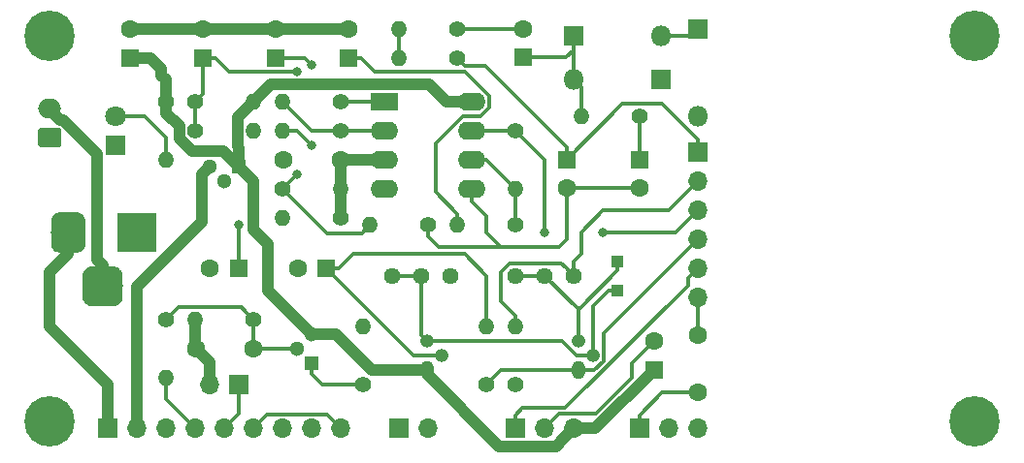
<source format=gbr>
G04 #@! TF.GenerationSoftware,KiCad,Pcbnew,(5.1.4)-1*
G04 #@! TF.CreationDate,2020-02-02T11:41:40+00:00*
G04 #@! TF.ProjectId,GFuzz,4746757a-7a2e-46b6-9963-61645f706362,rev?*
G04 #@! TF.SameCoordinates,Original*
G04 #@! TF.FileFunction,Copper,L2,Bot*
G04 #@! TF.FilePolarity,Positive*
%FSLAX46Y46*%
G04 Gerber Fmt 4.6, Leading zero omitted, Abs format (unit mm)*
G04 Created by KiCad (PCBNEW (5.1.4)-1) date 2020-02-02 11:41:40*
%MOMM*%
%LPD*%
G04 APERTURE LIST*
%ADD10O,1.700000X1.700000*%
%ADD11R,1.700000X1.700000*%
%ADD12O,1.200000X1.200000*%
%ADD13O,1.200000X1.600000*%
%ADD14R,1.000000X1.000000*%
%ADD15O,2.000000X1.700000*%
%ADD16C,0.100000*%
%ADD17C,1.700000*%
%ADD18C,1.600000*%
%ADD19R,1.600000X1.600000*%
%ADD20C,4.400000*%
%ADD21C,1.440000*%
%ADD22O,1.800000X1.800000*%
%ADD23R,1.800000X1.800000*%
%ADD24O,1.400000X1.400000*%
%ADD25C,1.400000*%
%ADD26C,3.500000*%
%ADD27C,3.000000*%
%ADD28R,3.500000X3.500000*%
%ADD29R,1.300000X1.300000*%
%ADD30C,1.300000*%
%ADD31C,1.800000*%
%ADD32O,2.400000X1.600000*%
%ADD33R,2.400000X1.600000*%
%ADD34C,0.800000*%
%ADD35C,1.000000*%
%ADD36C,0.304800*%
G04 APERTURE END LIST*
D10*
X153670000Y-99695000D03*
X153670000Y-109855000D03*
X153670000Y-102235000D03*
X153670000Y-104775000D03*
X153670000Y-107315000D03*
D11*
X153670000Y-97155000D03*
D12*
X143256000Y-113665000D03*
X144526000Y-114935000D03*
D13*
X143256000Y-116205000D03*
D10*
X122555000Y-121285000D03*
X120015000Y-121285000D03*
X117475000Y-121285000D03*
X114935000Y-121285000D03*
X112395000Y-121285000D03*
X109855000Y-121285000D03*
X107315000Y-121285000D03*
X104775000Y-121285000D03*
D11*
X102235000Y-121285000D03*
D14*
X146685000Y-106680000D03*
X146685000Y-109220000D03*
D15*
X97155000Y-93345000D03*
D16*
G36*
X97929504Y-94996204D02*
G01*
X97953773Y-94999804D01*
X97977571Y-95005765D01*
X98000671Y-95014030D01*
X98022849Y-95024520D01*
X98043893Y-95037133D01*
X98063598Y-95051747D01*
X98081777Y-95068223D01*
X98098253Y-95086402D01*
X98112867Y-95106107D01*
X98125480Y-95127151D01*
X98135970Y-95149329D01*
X98144235Y-95172429D01*
X98150196Y-95196227D01*
X98153796Y-95220496D01*
X98155000Y-95245000D01*
X98155000Y-96445000D01*
X98153796Y-96469504D01*
X98150196Y-96493773D01*
X98144235Y-96517571D01*
X98135970Y-96540671D01*
X98125480Y-96562849D01*
X98112867Y-96583893D01*
X98098253Y-96603598D01*
X98081777Y-96621777D01*
X98063598Y-96638253D01*
X98043893Y-96652867D01*
X98022849Y-96665480D01*
X98000671Y-96675970D01*
X97977571Y-96684235D01*
X97953773Y-96690196D01*
X97929504Y-96693796D01*
X97905000Y-96695000D01*
X96405000Y-96695000D01*
X96380496Y-96693796D01*
X96356227Y-96690196D01*
X96332429Y-96684235D01*
X96309329Y-96675970D01*
X96287151Y-96665480D01*
X96266107Y-96652867D01*
X96246402Y-96638253D01*
X96228223Y-96621777D01*
X96211747Y-96603598D01*
X96197133Y-96583893D01*
X96184520Y-96562849D01*
X96174030Y-96540671D01*
X96165765Y-96517571D01*
X96159804Y-96493773D01*
X96156204Y-96469504D01*
X96155000Y-96445000D01*
X96155000Y-95245000D01*
X96156204Y-95220496D01*
X96159804Y-95196227D01*
X96165765Y-95172429D01*
X96174030Y-95149329D01*
X96184520Y-95127151D01*
X96197133Y-95106107D01*
X96211747Y-95086402D01*
X96228223Y-95068223D01*
X96246402Y-95051747D01*
X96266107Y-95037133D01*
X96287151Y-95024520D01*
X96309329Y-95014030D01*
X96332429Y-95005765D01*
X96356227Y-94999804D01*
X96380496Y-94996204D01*
X96405000Y-94995000D01*
X97905000Y-94995000D01*
X97929504Y-94996204D01*
X97929504Y-94996204D01*
G37*
D17*
X97155000Y-95845000D03*
D18*
X104140000Y-86400000D03*
D19*
X104140000Y-88900000D03*
D20*
X177800000Y-86995000D03*
X97155000Y-86995000D03*
X177800000Y-120650000D03*
X97155000Y-120650000D03*
D18*
X110490000Y-86400000D03*
D19*
X110490000Y-88900000D03*
D21*
X137795000Y-107950000D03*
X140335000Y-107950000D03*
X142875000Y-107950000D03*
X127000000Y-107950000D03*
X129540000Y-107950000D03*
X132080000Y-107950000D03*
D22*
X150495000Y-86995000D03*
D23*
X142875000Y-86995000D03*
D22*
X153670000Y-93980000D03*
D23*
X153670000Y-86360000D03*
D22*
X142875000Y-90805000D03*
D23*
X150495000Y-90805000D03*
D24*
X137795000Y-100330000D03*
D25*
X137795000Y-95250000D03*
D24*
X143510000Y-93980000D03*
D25*
X148590000Y-93980000D03*
D24*
X137795000Y-112395000D03*
D25*
X137795000Y-117475000D03*
D24*
X107315000Y-97790000D03*
D25*
X107315000Y-92710000D03*
D24*
X135255000Y-112395000D03*
D25*
X135255000Y-117475000D03*
D24*
X124460000Y-112395000D03*
D25*
X124460000Y-117475000D03*
D24*
X109855000Y-111760000D03*
D25*
X114935000Y-111760000D03*
D24*
X107315000Y-116840000D03*
D25*
X107315000Y-111760000D03*
D24*
X132715000Y-103505000D03*
D25*
X137795000Y-103505000D03*
D24*
X125095000Y-103505000D03*
D25*
X130175000Y-103505000D03*
D24*
X127635000Y-86360000D03*
D25*
X132715000Y-86360000D03*
D24*
X127635000Y-88900000D03*
D25*
X132715000Y-88900000D03*
D24*
X117475000Y-92710000D03*
D25*
X122555000Y-92710000D03*
D24*
X117475000Y-95250000D03*
D25*
X122555000Y-95250000D03*
D24*
X122555000Y-100330000D03*
D25*
X117475000Y-100330000D03*
D24*
X117475000Y-102870000D03*
D25*
X122555000Y-102870000D03*
D24*
X114935000Y-95250000D03*
D25*
X109855000Y-95250000D03*
D24*
X114935000Y-92710000D03*
D25*
X109855000Y-92710000D03*
D16*
G36*
X102735765Y-107094213D02*
G01*
X102820704Y-107106813D01*
X102903999Y-107127677D01*
X102984848Y-107156605D01*
X103062472Y-107193319D01*
X103136124Y-107237464D01*
X103205094Y-107288616D01*
X103268718Y-107346282D01*
X103326384Y-107409906D01*
X103377536Y-107478876D01*
X103421681Y-107552528D01*
X103458395Y-107630152D01*
X103487323Y-107711001D01*
X103508187Y-107794296D01*
X103520787Y-107879235D01*
X103525000Y-107965000D01*
X103525000Y-109715000D01*
X103520787Y-109800765D01*
X103508187Y-109885704D01*
X103487323Y-109968999D01*
X103458395Y-110049848D01*
X103421681Y-110127472D01*
X103377536Y-110201124D01*
X103326384Y-110270094D01*
X103268718Y-110333718D01*
X103205094Y-110391384D01*
X103136124Y-110442536D01*
X103062472Y-110486681D01*
X102984848Y-110523395D01*
X102903999Y-110552323D01*
X102820704Y-110573187D01*
X102735765Y-110585787D01*
X102650000Y-110590000D01*
X100900000Y-110590000D01*
X100814235Y-110585787D01*
X100729296Y-110573187D01*
X100646001Y-110552323D01*
X100565152Y-110523395D01*
X100487528Y-110486681D01*
X100413876Y-110442536D01*
X100344906Y-110391384D01*
X100281282Y-110333718D01*
X100223616Y-110270094D01*
X100172464Y-110201124D01*
X100128319Y-110127472D01*
X100091605Y-110049848D01*
X100062677Y-109968999D01*
X100041813Y-109885704D01*
X100029213Y-109800765D01*
X100025000Y-109715000D01*
X100025000Y-107965000D01*
X100029213Y-107879235D01*
X100041813Y-107794296D01*
X100062677Y-107711001D01*
X100091605Y-107630152D01*
X100128319Y-107552528D01*
X100172464Y-107478876D01*
X100223616Y-107409906D01*
X100281282Y-107346282D01*
X100344906Y-107288616D01*
X100413876Y-107237464D01*
X100487528Y-107193319D01*
X100565152Y-107156605D01*
X100646001Y-107127677D01*
X100729296Y-107106813D01*
X100814235Y-107094213D01*
X100900000Y-107090000D01*
X102650000Y-107090000D01*
X102735765Y-107094213D01*
X102735765Y-107094213D01*
G37*
D26*
X101775000Y-108840000D03*
D16*
G36*
X99598513Y-102393611D02*
G01*
X99671318Y-102404411D01*
X99742714Y-102422295D01*
X99812013Y-102447090D01*
X99878548Y-102478559D01*
X99941678Y-102516398D01*
X100000795Y-102560242D01*
X100055330Y-102609670D01*
X100104758Y-102664205D01*
X100148602Y-102723322D01*
X100186441Y-102786452D01*
X100217910Y-102852987D01*
X100242705Y-102922286D01*
X100260589Y-102993682D01*
X100271389Y-103066487D01*
X100275000Y-103140000D01*
X100275000Y-105140000D01*
X100271389Y-105213513D01*
X100260589Y-105286318D01*
X100242705Y-105357714D01*
X100217910Y-105427013D01*
X100186441Y-105493548D01*
X100148602Y-105556678D01*
X100104758Y-105615795D01*
X100055330Y-105670330D01*
X100000795Y-105719758D01*
X99941678Y-105763602D01*
X99878548Y-105801441D01*
X99812013Y-105832910D01*
X99742714Y-105857705D01*
X99671318Y-105875589D01*
X99598513Y-105886389D01*
X99525000Y-105890000D01*
X98025000Y-105890000D01*
X97951487Y-105886389D01*
X97878682Y-105875589D01*
X97807286Y-105857705D01*
X97737987Y-105832910D01*
X97671452Y-105801441D01*
X97608322Y-105763602D01*
X97549205Y-105719758D01*
X97494670Y-105670330D01*
X97445242Y-105615795D01*
X97401398Y-105556678D01*
X97363559Y-105493548D01*
X97332090Y-105427013D01*
X97307295Y-105357714D01*
X97289411Y-105286318D01*
X97278611Y-105213513D01*
X97275000Y-105140000D01*
X97275000Y-103140000D01*
X97278611Y-103066487D01*
X97289411Y-102993682D01*
X97307295Y-102922286D01*
X97332090Y-102852987D01*
X97363559Y-102786452D01*
X97401398Y-102723322D01*
X97445242Y-102664205D01*
X97494670Y-102609670D01*
X97549205Y-102560242D01*
X97608322Y-102516398D01*
X97671452Y-102478559D01*
X97737987Y-102447090D01*
X97807286Y-102422295D01*
X97878682Y-102404411D01*
X97951487Y-102393611D01*
X98025000Y-102390000D01*
X99525000Y-102390000D01*
X99598513Y-102393611D01*
X99598513Y-102393611D01*
G37*
D27*
X98775000Y-104140000D03*
D28*
X104775000Y-104140000D03*
D29*
X113665000Y-98425000D03*
D30*
X111125000Y-98425000D03*
X112385000Y-99695000D03*
D29*
X120015000Y-115580000D03*
D30*
X120015000Y-113040000D03*
X118745000Y-114300000D03*
D31*
X102870000Y-93980000D03*
D23*
X102870000Y-96520000D03*
D32*
X133985000Y-92710000D03*
X126365000Y-100330000D03*
X133985000Y-95250000D03*
X126365000Y-97790000D03*
X133985000Y-97790000D03*
X126365000Y-95250000D03*
X133985000Y-100330000D03*
D33*
X126365000Y-92710000D03*
D10*
X153670000Y-121285000D03*
X151130000Y-121285000D03*
D11*
X148590000Y-121285000D03*
D10*
X142875000Y-121285000D03*
X140335000Y-121285000D03*
D11*
X137795000Y-121285000D03*
D12*
X130048000Y-113665000D03*
X131318000Y-114935000D03*
D13*
X130048000Y-116205000D03*
D10*
X130175000Y-121285000D03*
D11*
X127635000Y-121285000D03*
D10*
X111125000Y-117475000D03*
D11*
X113665000Y-117475000D03*
D18*
X153670000Y-113110000D03*
X153670000Y-118110000D03*
X123190000Y-86400000D03*
D19*
X123190000Y-88900000D03*
D18*
X148590000Y-100290000D03*
D19*
X148590000Y-97790000D03*
D18*
X142240000Y-100290000D03*
D19*
X142240000Y-97790000D03*
D18*
X149860000Y-113665000D03*
D19*
X149860000Y-116165000D03*
D18*
X138430000Y-86360000D03*
D19*
X138430000Y-88860000D03*
D18*
X116840000Y-86400000D03*
D19*
X116840000Y-88900000D03*
D18*
X118785000Y-107315000D03*
D19*
X121285000Y-107315000D03*
D18*
X111125000Y-107315000D03*
D19*
X113625000Y-107315000D03*
D18*
X117555000Y-97790000D03*
X122555000Y-97790000D03*
X109935000Y-114300000D03*
X114935000Y-114300000D03*
D34*
X113665000Y-103505000D03*
X120015000Y-89535000D03*
X120015000Y-96520000D03*
X145415000Y-104140000D03*
X140335000Y-104140000D03*
X118745000Y-90109999D03*
X118745000Y-99060000D03*
D35*
X111125000Y-115490000D02*
X109935000Y-114300000D01*
X111125000Y-117475000D02*
X111125000Y-115490000D01*
X109855000Y-114220000D02*
X109935000Y-114300000D01*
X109855000Y-111760000D02*
X109855000Y-114220000D01*
X110490000Y-86400000D02*
X116840000Y-86400000D01*
X104140000Y-86400000D02*
X110490000Y-86400000D01*
X116840000Y-86400000D02*
X123190000Y-86400000D01*
D36*
X114235001Y-111060001D02*
X114935000Y-111760000D01*
X113882599Y-110707599D02*
X114235001Y-111060001D01*
X108367401Y-110707599D02*
X113882599Y-110707599D01*
X107315000Y-111760000D02*
X108367401Y-110707599D01*
X114935000Y-111760000D02*
X114935000Y-114300000D01*
X114935000Y-114300000D02*
X118745000Y-114300000D01*
D35*
X122555000Y-97790000D02*
X126365000Y-97790000D01*
X122555000Y-97790000D02*
X122555000Y-100330000D01*
X122555000Y-100330000D02*
X122555000Y-102870000D01*
D36*
X120015000Y-115580000D02*
X120015000Y-116534800D01*
X120015000Y-116534800D02*
X120955200Y-117475000D01*
X120955200Y-117475000D02*
X123470051Y-117475000D01*
X123470051Y-117475000D02*
X124460000Y-117475000D01*
X113625000Y-107315000D02*
X113625000Y-103545000D01*
X113625000Y-103545000D02*
X113665000Y-103505000D01*
X135255000Y-107950000D02*
X135255000Y-112395000D01*
X133350000Y-106045000D02*
X135255000Y-107950000D01*
X123659800Y-106045000D02*
X133350000Y-106045000D01*
X121285000Y-107315000D02*
X122389800Y-107315000D01*
X122389800Y-107315000D02*
X123659800Y-106045000D01*
X128905000Y-114935000D02*
X121285000Y-107315000D01*
X131318000Y-114935000D02*
X128905000Y-114935000D01*
X116840000Y-88900000D02*
X119380000Y-88900000D01*
X119380000Y-88900000D02*
X120015000Y-89535000D01*
X118745000Y-95250000D02*
X117475000Y-95250000D01*
X120015000Y-96520000D02*
X118745000Y-95250000D01*
X132715000Y-86360000D02*
X138430000Y-86360000D01*
X142875000Y-88199800D02*
X142875000Y-86995000D01*
X142214800Y-88860000D02*
X142875000Y-88199800D01*
X138430000Y-88860000D02*
X142214800Y-88860000D01*
X142875000Y-90805000D02*
X142875000Y-86995000D01*
X143510000Y-91440000D02*
X142875000Y-90805000D01*
X143510000Y-93980000D02*
X143510000Y-91440000D01*
X140335000Y-121285000D02*
X141605000Y-120015000D01*
X141605000Y-120015000D02*
X144780000Y-120015000D01*
X144780000Y-120015000D02*
X147955000Y-116840000D01*
X147955000Y-115570000D02*
X149860000Y-113665000D01*
X147955000Y-116840000D02*
X147955000Y-115570000D01*
X133985000Y-101434800D02*
X135255000Y-102704800D01*
X133985000Y-100330000D02*
X133985000Y-101434800D01*
X135255000Y-102704800D02*
X135255000Y-104140000D01*
X135255000Y-104140000D02*
X136525000Y-105410000D01*
X136525000Y-105410000D02*
X141605000Y-105410000D01*
X142240000Y-104775000D02*
X142240000Y-100290000D01*
X141605000Y-105410000D02*
X142240000Y-104775000D01*
X142240000Y-100290000D02*
X148590000Y-100290000D01*
X131090051Y-105410000D02*
X136525000Y-105410000D01*
X130175000Y-104494949D02*
X131090051Y-105410000D01*
X130175000Y-103505000D02*
X130175000Y-104494949D01*
X142240000Y-96685200D02*
X142240000Y-97790000D01*
X135154799Y-89599999D02*
X142240000Y-96685200D01*
X133414999Y-89599999D02*
X135154799Y-89599999D01*
X132715000Y-88900000D02*
X133414999Y-89599999D01*
X147102401Y-92927599D02*
X142240000Y-97790000D01*
X150597399Y-92927599D02*
X147102401Y-92927599D01*
X153670000Y-96000200D02*
X150597399Y-92927599D01*
X153670000Y-97155000D02*
X153670000Y-96000200D01*
X148590000Y-97790000D02*
X148590000Y-93980000D01*
X132715000Y-102515051D02*
X130810000Y-100610051D01*
X132715000Y-103505000D02*
X132715000Y-102515051D01*
X130810000Y-96395247D02*
X133225247Y-93980000D01*
X130810000Y-100610051D02*
X130810000Y-96395247D01*
X124294800Y-88900000D02*
X123190000Y-88900000D01*
X125499609Y-90104809D02*
X124294800Y-88900000D01*
X133409562Y-90104809D02*
X125499609Y-90104809D01*
X135537410Y-92232657D02*
X133409562Y-90104809D01*
X135537410Y-93187343D02*
X135537410Y-92232657D01*
X134744753Y-93980000D02*
X135537410Y-93187343D01*
X133225247Y-93980000D02*
X134744753Y-93980000D01*
X153670000Y-113110000D02*
X153670000Y-109855000D01*
X152538630Y-118110000D02*
X153670000Y-118110000D01*
X150610200Y-118110000D02*
X152538630Y-118110000D01*
X148590000Y-120130200D02*
X150610200Y-118110000D01*
X148590000Y-121285000D02*
X148590000Y-120130200D01*
X150495000Y-86995000D02*
X153670000Y-86995000D01*
X113665000Y-120015000D02*
X113665000Y-117475000D01*
X112395000Y-121285000D02*
X113665000Y-120015000D01*
X143256000Y-110871000D02*
X140335000Y-107950000D01*
X143256000Y-113665000D02*
X143256000Y-110871000D01*
X140335000Y-107950000D02*
X137795000Y-107950000D01*
X143256000Y-113665000D02*
X143256000Y-110744000D01*
X146685000Y-107484800D02*
X146685000Y-106680000D01*
X143425800Y-110744000D02*
X146685000Y-107484800D01*
X143256000Y-110744000D02*
X143425800Y-110744000D01*
X136525000Y-116205000D02*
X143256000Y-116205000D01*
X135255000Y-117475000D02*
X136525000Y-116205000D01*
X144160800Y-116205000D02*
X143256000Y-116205000D01*
X144665554Y-116205000D02*
X144160800Y-116205000D01*
X145478401Y-115392153D02*
X144665554Y-116205000D01*
X145478401Y-112966599D02*
X145478401Y-115392153D01*
X153670000Y-104775000D02*
X145478401Y-112966599D01*
X120015000Y-95250000D02*
X122555000Y-95250000D01*
X117475000Y-92710000D02*
X120015000Y-95250000D01*
X122555000Y-95250000D02*
X126365000Y-95250000D01*
X127635000Y-86360000D02*
X127635000Y-88900000D01*
X122555000Y-92710000D02*
X126365000Y-92710000D01*
X137095001Y-99630001D02*
X137795000Y-100330000D01*
X135255000Y-97790000D02*
X137095001Y-99630001D01*
X133985000Y-97790000D02*
X135255000Y-97790000D01*
X137795000Y-101319949D02*
X137795000Y-103505000D01*
X137795000Y-100330000D02*
X137795000Y-101319949D01*
X137795000Y-111405051D02*
X136525000Y-110135051D01*
X137795000Y-112395000D02*
X137795000Y-111405051D01*
X142155001Y-107230001D02*
X142875000Y-107950000D01*
X141802599Y-106877599D02*
X142155001Y-107230001D01*
X137280247Y-106877599D02*
X141802599Y-106877599D01*
X136525000Y-107632846D02*
X137280247Y-106877599D01*
X136525000Y-110135051D02*
X136525000Y-107632846D01*
X151130000Y-102235000D02*
X145415000Y-102235000D01*
X153670000Y-99695000D02*
X151130000Y-102235000D01*
X145415000Y-102235000D02*
X143510000Y-104140000D01*
X143510000Y-104140000D02*
X143510000Y-106045000D01*
X142875000Y-106680000D02*
X142875000Y-107950000D01*
X143510000Y-106045000D02*
X142875000Y-106680000D01*
X137795000Y-95250000D02*
X133985000Y-95250000D01*
X153670000Y-102235000D02*
X151765000Y-104140000D01*
X151765000Y-104140000D02*
X145415000Y-104140000D01*
X140335000Y-97790000D02*
X137795000Y-95250000D01*
X140335000Y-104140000D02*
X140335000Y-97790000D01*
X137795000Y-120130200D02*
X137795000Y-121285000D01*
X138415010Y-119510190D02*
X137795000Y-120130200D01*
X142074273Y-119510190D02*
X138415010Y-119510190D01*
X152820001Y-108764462D02*
X142074273Y-119510190D01*
X152820001Y-108164999D02*
X152820001Y-108764462D01*
X153670000Y-107315000D02*
X152820001Y-108164999D01*
X143677472Y-114935000D02*
X144526000Y-114935000D01*
X143116446Y-114935000D02*
X143677472Y-114935000D01*
X141846446Y-113665000D02*
X143116446Y-114935000D01*
X130048000Y-113665000D02*
X141846446Y-113665000D01*
X129540000Y-107950000D02*
X127000000Y-107950000D01*
X145880200Y-109220000D02*
X146685000Y-109220000D01*
X144526000Y-110574200D02*
X145880200Y-109220000D01*
X144526000Y-114935000D02*
X144526000Y-110574200D01*
X129540000Y-113157000D02*
X130048000Y-113665000D01*
X129540000Y-107950000D02*
X129540000Y-113157000D01*
D35*
X120015000Y-113040000D02*
X122097002Y-113040000D01*
X114235001Y-93409999D02*
X114935000Y-92710000D01*
X113534999Y-94110001D02*
X114235001Y-93409999D01*
X113534999Y-96644999D02*
X113534999Y-94110001D01*
X113665000Y-96775000D02*
X113534999Y-96644999D01*
X113665000Y-98425000D02*
X113665000Y-96775000D01*
X131785000Y-92710000D02*
X133985000Y-92710000D01*
X130284999Y-91209999D02*
X131785000Y-92710000D01*
X116435001Y-91209999D02*
X130284999Y-91209999D01*
X114935000Y-92710000D02*
X116435001Y-91209999D01*
X144740000Y-121285000D02*
X149860000Y-116165000D01*
X142875000Y-121285000D02*
X144740000Y-121285000D01*
X142025001Y-122134999D02*
X142875000Y-121285000D01*
X141324999Y-122835001D02*
X142025001Y-122134999D01*
X136384999Y-122835001D02*
X141324999Y-122835001D01*
X130048000Y-116498002D02*
X136384999Y-122835001D01*
X130048000Y-116205000D02*
X130048000Y-116498002D01*
X107315000Y-90805000D02*
X106910001Y-90400001D01*
X107315000Y-92710000D02*
X107315000Y-90805000D01*
X106910001Y-89870001D02*
X106910001Y-90400001D01*
X105940000Y-88900000D02*
X106910001Y-89870001D01*
X104140000Y-88900000D02*
X105940000Y-88900000D01*
X112314999Y-97074999D02*
X113665000Y-98425000D01*
X109607997Y-97074999D02*
X112314999Y-97074999D01*
X108454999Y-95922001D02*
X109607997Y-97074999D01*
X108454999Y-94839948D02*
X108454999Y-95922001D01*
X107315000Y-93699949D02*
X108454999Y-94839948D01*
X107315000Y-92710000D02*
X107315000Y-93699949D01*
X116205000Y-105129949D02*
X116205000Y-109230000D01*
X114935000Y-103859949D02*
X116205000Y-105129949D01*
X114935000Y-102870000D02*
X114935000Y-103859949D01*
X114935000Y-99695000D02*
X113665000Y-98425000D01*
X114935000Y-102870000D02*
X114935000Y-99695000D01*
X128448000Y-116205000D02*
X130048000Y-116205000D01*
X125262002Y-116205000D02*
X128448000Y-116205000D01*
X122097002Y-113040000D02*
X125262002Y-116205000D01*
X116205000Y-109230000D02*
X120015000Y-113040000D01*
D36*
X109855000Y-95250000D02*
X109855000Y-92710000D01*
X124395001Y-104204999D02*
X125095000Y-103505000D01*
X121349999Y-104204999D02*
X124395001Y-104204999D01*
X117475000Y-100330000D02*
X121349999Y-104204999D01*
X110490000Y-92075000D02*
X109855000Y-92710000D01*
X110490000Y-88900000D02*
X110490000Y-92075000D01*
X112804799Y-90109999D02*
X118745000Y-90109999D01*
X110490000Y-88900000D02*
X111594800Y-88900000D01*
X111594800Y-88900000D02*
X112804799Y-90109999D01*
X118745000Y-99060000D02*
X117475000Y-100330000D01*
X107315000Y-95885000D02*
X107315000Y-97790000D01*
X102870000Y-93980000D02*
X105410000Y-93980000D01*
X105410000Y-93980000D02*
X107315000Y-95885000D01*
X107315000Y-118745000D02*
X107315000Y-116840000D01*
X109855000Y-121285000D02*
X107315000Y-118745000D01*
X121705001Y-120435001D02*
X122555000Y-121285000D01*
X121352599Y-120082599D02*
X121705001Y-120435001D01*
X116137401Y-120082599D02*
X121352599Y-120082599D01*
X114935000Y-121285000D02*
X116137401Y-120082599D01*
D35*
X101775000Y-106990000D02*
X101775000Y-108840000D01*
X101269999Y-106484999D02*
X101775000Y-106990000D01*
X101269999Y-97266479D02*
X101269999Y-106484999D01*
X98298510Y-94294990D02*
X101269999Y-97266479D01*
X98104990Y-94294990D02*
X98298510Y-94294990D01*
X97155000Y-93345000D02*
X98104990Y-94294990D01*
X98775000Y-105990000D02*
X97155000Y-107610000D01*
X98775000Y-104140000D02*
X98775000Y-105990000D01*
X97155000Y-107610000D02*
X97155000Y-112395000D01*
X102235000Y-117475000D02*
X102235000Y-121285000D01*
X97155000Y-112395000D02*
X102235000Y-117475000D01*
X110475001Y-99074999D02*
X111125000Y-98425000D01*
X110475001Y-103200001D02*
X110475001Y-99074999D01*
X104775000Y-108900002D02*
X110475001Y-103200001D01*
X104775000Y-121285000D02*
X104775000Y-108900002D01*
M02*

</source>
